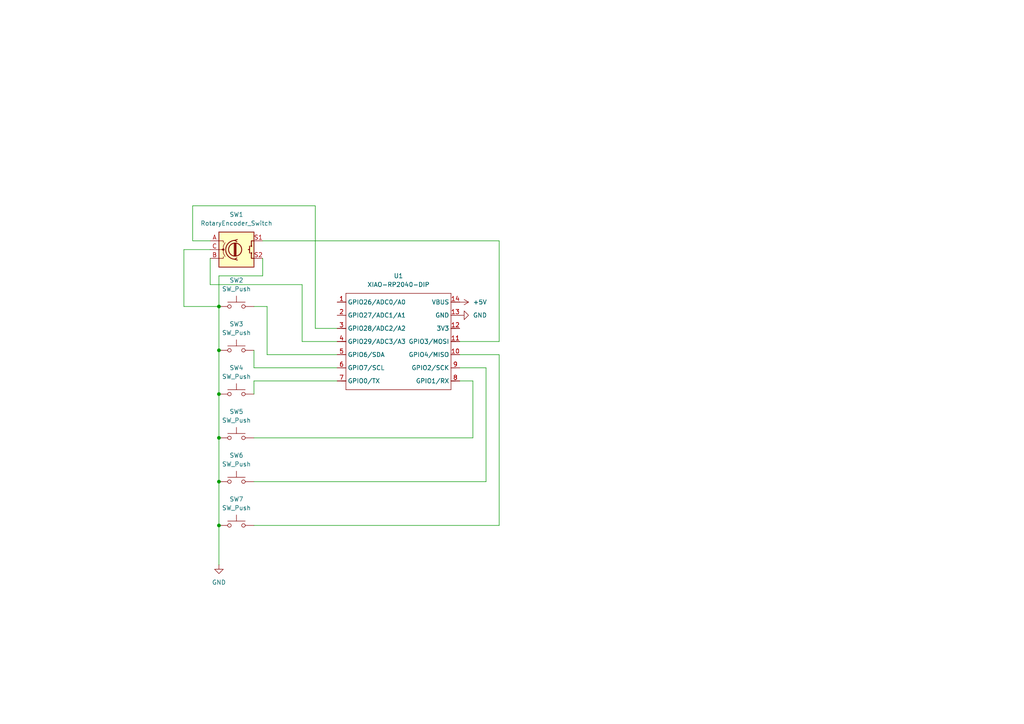
<source format=kicad_sch>
(kicad_sch
	(version 20250114)
	(generator "eeschema")
	(generator_version "9.0")
	(uuid "f541bf8c-361a-48f6-8540-d5f8c6cb93aa")
	(paper "A4")
	(lib_symbols
		(symbol "Device:RotaryEncoder_Switch"
			(pin_names
				(offset 0.254)
				(hide yes)
			)
			(exclude_from_sim no)
			(in_bom yes)
			(on_board yes)
			(property "Reference" "SW"
				(at 0 6.604 0)
				(effects
					(font
						(size 1.27 1.27)
					)
				)
			)
			(property "Value" "RotaryEncoder_Switch"
				(at 0 -6.604 0)
				(effects
					(font
						(size 1.27 1.27)
					)
				)
			)
			(property "Footprint" ""
				(at -3.81 4.064 0)
				(effects
					(font
						(size 1.27 1.27)
					)
					(hide yes)
				)
			)
			(property "Datasheet" "~"
				(at 0 6.604 0)
				(effects
					(font
						(size 1.27 1.27)
					)
					(hide yes)
				)
			)
			(property "Description" "Rotary encoder, dual channel, incremental quadrate outputs, with switch"
				(at 0 0 0)
				(effects
					(font
						(size 1.27 1.27)
					)
					(hide yes)
				)
			)
			(property "ki_keywords" "rotary switch encoder switch push button"
				(at 0 0 0)
				(effects
					(font
						(size 1.27 1.27)
					)
					(hide yes)
				)
			)
			(property "ki_fp_filters" "RotaryEncoder*Switch*"
				(at 0 0 0)
				(effects
					(font
						(size 1.27 1.27)
					)
					(hide yes)
				)
			)
			(symbol "RotaryEncoder_Switch_0_1"
				(rectangle
					(start -5.08 5.08)
					(end 5.08 -5.08)
					(stroke
						(width 0.254)
						(type default)
					)
					(fill
						(type background)
					)
				)
				(polyline
					(pts
						(xy -5.08 2.54) (xy -3.81 2.54) (xy -3.81 2.032)
					)
					(stroke
						(width 0)
						(type default)
					)
					(fill
						(type none)
					)
				)
				(polyline
					(pts
						(xy -5.08 0) (xy -3.81 0) (xy -3.81 -1.016) (xy -3.302 -2.032)
					)
					(stroke
						(width 0)
						(type default)
					)
					(fill
						(type none)
					)
				)
				(polyline
					(pts
						(xy -5.08 -2.54) (xy -3.81 -2.54) (xy -3.81 -2.032)
					)
					(stroke
						(width 0)
						(type default)
					)
					(fill
						(type none)
					)
				)
				(polyline
					(pts
						(xy -4.318 0) (xy -3.81 0) (xy -3.81 1.016) (xy -3.302 2.032)
					)
					(stroke
						(width 0)
						(type default)
					)
					(fill
						(type none)
					)
				)
				(circle
					(center -3.81 0)
					(radius 0.254)
					(stroke
						(width 0)
						(type default)
					)
					(fill
						(type outline)
					)
				)
				(polyline
					(pts
						(xy -0.635 -1.778) (xy -0.635 1.778)
					)
					(stroke
						(width 0.254)
						(type default)
					)
					(fill
						(type none)
					)
				)
				(circle
					(center -0.381 0)
					(radius 1.905)
					(stroke
						(width 0.254)
						(type default)
					)
					(fill
						(type none)
					)
				)
				(polyline
					(pts
						(xy -0.381 -1.778) (xy -0.381 1.778)
					)
					(stroke
						(width 0.254)
						(type default)
					)
					(fill
						(type none)
					)
				)
				(arc
					(start -0.381 -2.794)
					(mid -3.0988 -0.0635)
					(end -0.381 2.667)
					(stroke
						(width 0.254)
						(type default)
					)
					(fill
						(type none)
					)
				)
				(polyline
					(pts
						(xy -0.127 1.778) (xy -0.127 -1.778)
					)
					(stroke
						(width 0.254)
						(type default)
					)
					(fill
						(type none)
					)
				)
				(polyline
					(pts
						(xy 0.254 2.921) (xy -0.508 2.667) (xy 0.127 2.286)
					)
					(stroke
						(width 0.254)
						(type default)
					)
					(fill
						(type none)
					)
				)
				(polyline
					(pts
						(xy 0.254 -3.048) (xy -0.508 -2.794) (xy 0.127 -2.413)
					)
					(stroke
						(width 0.254)
						(type default)
					)
					(fill
						(type none)
					)
				)
				(polyline
					(pts
						(xy 3.81 1.016) (xy 3.81 -1.016)
					)
					(stroke
						(width 0.254)
						(type default)
					)
					(fill
						(type none)
					)
				)
				(polyline
					(pts
						(xy 3.81 0) (xy 3.429 0)
					)
					(stroke
						(width 0.254)
						(type default)
					)
					(fill
						(type none)
					)
				)
				(circle
					(center 4.318 1.016)
					(radius 0.127)
					(stroke
						(width 0.254)
						(type default)
					)
					(fill
						(type none)
					)
				)
				(circle
					(center 4.318 -1.016)
					(radius 0.127)
					(stroke
						(width 0.254)
						(type default)
					)
					(fill
						(type none)
					)
				)
				(polyline
					(pts
						(xy 5.08 2.54) (xy 4.318 2.54) (xy 4.318 1.016)
					)
					(stroke
						(width 0.254)
						(type default)
					)
					(fill
						(type none)
					)
				)
				(polyline
					(pts
						(xy 5.08 -2.54) (xy 4.318 -2.54) (xy 4.318 -1.016)
					)
					(stroke
						(width 0.254)
						(type default)
					)
					(fill
						(type none)
					)
				)
			)
			(symbol "RotaryEncoder_Switch_1_1"
				(pin passive line
					(at -7.62 2.54 0)
					(length 2.54)
					(name "A"
						(effects
							(font
								(size 1.27 1.27)
							)
						)
					)
					(number "A"
						(effects
							(font
								(size 1.27 1.27)
							)
						)
					)
				)
				(pin passive line
					(at -7.62 0 0)
					(length 2.54)
					(name "C"
						(effects
							(font
								(size 1.27 1.27)
							)
						)
					)
					(number "C"
						(effects
							(font
								(size 1.27 1.27)
							)
						)
					)
				)
				(pin passive line
					(at -7.62 -2.54 0)
					(length 2.54)
					(name "B"
						(effects
							(font
								(size 1.27 1.27)
							)
						)
					)
					(number "B"
						(effects
							(font
								(size 1.27 1.27)
							)
						)
					)
				)
				(pin passive line
					(at 7.62 2.54 180)
					(length 2.54)
					(name "S1"
						(effects
							(font
								(size 1.27 1.27)
							)
						)
					)
					(number "S1"
						(effects
							(font
								(size 1.27 1.27)
							)
						)
					)
				)
				(pin passive line
					(at 7.62 -2.54 180)
					(length 2.54)
					(name "S2"
						(effects
							(font
								(size 1.27 1.27)
							)
						)
					)
					(number "S2"
						(effects
							(font
								(size 1.27 1.27)
							)
						)
					)
				)
			)
			(embedded_fonts no)
		)
		(symbol "OPL Library:XIAO-RP2040-DIP"
			(exclude_from_sim no)
			(in_bom yes)
			(on_board yes)
			(property "Reference" "U"
				(at 0 0 0)
				(effects
					(font
						(size 1.27 1.27)
					)
				)
			)
			(property "Value" "XIAO-RP2040-DIP"
				(at 5.334 -1.778 0)
				(effects
					(font
						(size 1.27 1.27)
					)
				)
			)
			(property "Footprint" "Module:MOUDLE14P-XIAO-DIP-SMD"
				(at 14.478 -32.258 0)
				(effects
					(font
						(size 1.27 1.27)
					)
					(hide yes)
				)
			)
			(property "Datasheet" ""
				(at 0 0 0)
				(effects
					(font
						(size 1.27 1.27)
					)
					(hide yes)
				)
			)
			(property "Description" ""
				(at 0 0 0)
				(effects
					(font
						(size 1.27 1.27)
					)
					(hide yes)
				)
			)
			(symbol "XIAO-RP2040-DIP_1_0"
				(polyline
					(pts
						(xy -1.27 -2.54) (xy 29.21 -2.54)
					)
					(stroke
						(width 0.1524)
						(type solid)
					)
					(fill
						(type none)
					)
				)
				(polyline
					(pts
						(xy -1.27 -5.08) (xy -2.54 -5.08)
					)
					(stroke
						(width 0.1524)
						(type solid)
					)
					(fill
						(type none)
					)
				)
				(polyline
					(pts
						(xy -1.27 -5.08) (xy -1.27 -2.54)
					)
					(stroke
						(width 0.1524)
						(type solid)
					)
					(fill
						(type none)
					)
				)
				(polyline
					(pts
						(xy -1.27 -8.89) (xy -2.54 -8.89)
					)
					(stroke
						(width 0.1524)
						(type solid)
					)
					(fill
						(type none)
					)
				)
				(polyline
					(pts
						(xy -1.27 -8.89) (xy -1.27 -5.08)
					)
					(stroke
						(width 0.1524)
						(type solid)
					)
					(fill
						(type none)
					)
				)
				(polyline
					(pts
						(xy -1.27 -12.7) (xy -2.54 -12.7)
					)
					(stroke
						(width 0.1524)
						(type solid)
					)
					(fill
						(type none)
					)
				)
				(polyline
					(pts
						(xy -1.27 -12.7) (xy -1.27 -8.89)
					)
					(stroke
						(width 0.1524)
						(type solid)
					)
					(fill
						(type none)
					)
				)
				(polyline
					(pts
						(xy -1.27 -16.51) (xy -2.54 -16.51)
					)
					(stroke
						(width 0.1524)
						(type solid)
					)
					(fill
						(type none)
					)
				)
				(polyline
					(pts
						(xy -1.27 -16.51) (xy -1.27 -12.7)
					)
					(stroke
						(width 0.1524)
						(type solid)
					)
					(fill
						(type none)
					)
				)
				(polyline
					(pts
						(xy -1.27 -20.32) (xy -2.54 -20.32)
					)
					(stroke
						(width 0.1524)
						(type solid)
					)
					(fill
						(type none)
					)
				)
				(polyline
					(pts
						(xy -1.27 -24.13) (xy -2.54 -24.13)
					)
					(stroke
						(width 0.1524)
						(type solid)
					)
					(fill
						(type none)
					)
				)
				(polyline
					(pts
						(xy -1.27 -27.94) (xy -2.54 -27.94)
					)
					(stroke
						(width 0.1524)
						(type solid)
					)
					(fill
						(type none)
					)
				)
				(polyline
					(pts
						(xy -1.27 -30.48) (xy -1.27 -16.51)
					)
					(stroke
						(width 0.1524)
						(type solid)
					)
					(fill
						(type none)
					)
				)
				(polyline
					(pts
						(xy 29.21 -2.54) (xy 29.21 -5.08)
					)
					(stroke
						(width 0.1524)
						(type solid)
					)
					(fill
						(type none)
					)
				)
				(polyline
					(pts
						(xy 29.21 -5.08) (xy 29.21 -8.89)
					)
					(stroke
						(width 0.1524)
						(type solid)
					)
					(fill
						(type none)
					)
				)
				(polyline
					(pts
						(xy 29.21 -8.89) (xy 29.21 -12.7)
					)
					(stroke
						(width 0.1524)
						(type solid)
					)
					(fill
						(type none)
					)
				)
				(polyline
					(pts
						(xy 29.21 -12.7) (xy 29.21 -30.48)
					)
					(stroke
						(width 0.1524)
						(type solid)
					)
					(fill
						(type none)
					)
				)
				(polyline
					(pts
						(xy 29.21 -30.48) (xy -1.27 -30.48)
					)
					(stroke
						(width 0.1524)
						(type solid)
					)
					(fill
						(type none)
					)
				)
				(polyline
					(pts
						(xy 30.48 -5.08) (xy 29.21 -5.08)
					)
					(stroke
						(width 0.1524)
						(type solid)
					)
					(fill
						(type none)
					)
				)
				(polyline
					(pts
						(xy 30.48 -8.89) (xy 29.21 -8.89)
					)
					(stroke
						(width 0.1524)
						(type solid)
					)
					(fill
						(type none)
					)
				)
				(polyline
					(pts
						(xy 30.48 -12.7) (xy 29.21 -12.7)
					)
					(stroke
						(width 0.1524)
						(type solid)
					)
					(fill
						(type none)
					)
				)
				(polyline
					(pts
						(xy 30.48 -16.51) (xy 29.21 -16.51)
					)
					(stroke
						(width 0.1524)
						(type solid)
					)
					(fill
						(type none)
					)
				)
				(polyline
					(pts
						(xy 30.48 -20.32) (xy 29.21 -20.32)
					)
					(stroke
						(width 0.1524)
						(type solid)
					)
					(fill
						(type none)
					)
				)
				(polyline
					(pts
						(xy 30.48 -24.13) (xy 29.21 -24.13)
					)
					(stroke
						(width 0.1524)
						(type solid)
					)
					(fill
						(type none)
					)
				)
				(polyline
					(pts
						(xy 30.48 -27.94) (xy 29.21 -27.94)
					)
					(stroke
						(width 0.1524)
						(type solid)
					)
					(fill
						(type none)
					)
				)
				(pin passive line
					(at -3.81 -5.08 0)
					(length 2.54)
					(name "GPIO26/ADC0/A0"
						(effects
							(font
								(size 1.27 1.27)
							)
						)
					)
					(number "1"
						(effects
							(font
								(size 1.27 1.27)
							)
						)
					)
				)
				(pin passive line
					(at -3.81 -8.89 0)
					(length 2.54)
					(name "GPIO27/ADC1/A1"
						(effects
							(font
								(size 1.27 1.27)
							)
						)
					)
					(number "2"
						(effects
							(font
								(size 1.27 1.27)
							)
						)
					)
				)
				(pin passive line
					(at -3.81 -12.7 0)
					(length 2.54)
					(name "GPIO28/ADC2/A2"
						(effects
							(font
								(size 1.27 1.27)
							)
						)
					)
					(number "3"
						(effects
							(font
								(size 1.27 1.27)
							)
						)
					)
				)
				(pin passive line
					(at -3.81 -16.51 0)
					(length 2.54)
					(name "GPIO29/ADC3/A3"
						(effects
							(font
								(size 1.27 1.27)
							)
						)
					)
					(number "4"
						(effects
							(font
								(size 1.27 1.27)
							)
						)
					)
				)
				(pin passive line
					(at -3.81 -20.32 0)
					(length 2.54)
					(name "GPIO6/SDA"
						(effects
							(font
								(size 1.27 1.27)
							)
						)
					)
					(number "5"
						(effects
							(font
								(size 1.27 1.27)
							)
						)
					)
				)
				(pin passive line
					(at -3.81 -24.13 0)
					(length 2.54)
					(name "GPIO7/SCL"
						(effects
							(font
								(size 1.27 1.27)
							)
						)
					)
					(number "6"
						(effects
							(font
								(size 1.27 1.27)
							)
						)
					)
				)
				(pin passive line
					(at -3.81 -27.94 0)
					(length 2.54)
					(name "GPIO0/TX"
						(effects
							(font
								(size 1.27 1.27)
							)
						)
					)
					(number "7"
						(effects
							(font
								(size 1.27 1.27)
							)
						)
					)
				)
				(pin passive line
					(at 31.75 -5.08 180)
					(length 2.54)
					(name "VBUS"
						(effects
							(font
								(size 1.27 1.27)
							)
						)
					)
					(number "14"
						(effects
							(font
								(size 1.27 1.27)
							)
						)
					)
				)
				(pin passive line
					(at 31.75 -8.89 180)
					(length 2.54)
					(name "GND"
						(effects
							(font
								(size 1.27 1.27)
							)
						)
					)
					(number "13"
						(effects
							(font
								(size 1.27 1.27)
							)
						)
					)
				)
				(pin passive line
					(at 31.75 -12.7 180)
					(length 2.54)
					(name "3V3"
						(effects
							(font
								(size 1.27 1.27)
							)
						)
					)
					(number "12"
						(effects
							(font
								(size 1.27 1.27)
							)
						)
					)
				)
				(pin passive line
					(at 31.75 -16.51 180)
					(length 2.54)
					(name "GPIO3/MOSI"
						(effects
							(font
								(size 1.27 1.27)
							)
						)
					)
					(number "11"
						(effects
							(font
								(size 1.27 1.27)
							)
						)
					)
				)
				(pin passive line
					(at 31.75 -20.32 180)
					(length 2.54)
					(name "GPIO4/MISO"
						(effects
							(font
								(size 1.27 1.27)
							)
						)
					)
					(number "10"
						(effects
							(font
								(size 1.27 1.27)
							)
						)
					)
				)
				(pin passive line
					(at 31.75 -24.13 180)
					(length 2.54)
					(name "GPIO2/SCK"
						(effects
							(font
								(size 1.27 1.27)
							)
						)
					)
					(number "9"
						(effects
							(font
								(size 1.27 1.27)
							)
						)
					)
				)
				(pin passive line
					(at 31.75 -27.94 180)
					(length 2.54)
					(name "GPIO1/RX"
						(effects
							(font
								(size 1.27 1.27)
							)
						)
					)
					(number "8"
						(effects
							(font
								(size 1.27 1.27)
							)
						)
					)
				)
			)
			(embedded_fonts no)
		)
		(symbol "Switch:SW_Push"
			(pin_numbers
				(hide yes)
			)
			(pin_names
				(offset 1.016)
				(hide yes)
			)
			(exclude_from_sim no)
			(in_bom yes)
			(on_board yes)
			(property "Reference" "SW"
				(at 1.27 2.54 0)
				(effects
					(font
						(size 1.27 1.27)
					)
					(justify left)
				)
			)
			(property "Value" "SW_Push"
				(at 0 -1.524 0)
				(effects
					(font
						(size 1.27 1.27)
					)
				)
			)
			(property "Footprint" ""
				(at 0 5.08 0)
				(effects
					(font
						(size 1.27 1.27)
					)
					(hide yes)
				)
			)
			(property "Datasheet" "~"
				(at 0 5.08 0)
				(effects
					(font
						(size 1.27 1.27)
					)
					(hide yes)
				)
			)
			(property "Description" "Push button switch, generic, two pins"
				(at 0 0 0)
				(effects
					(font
						(size 1.27 1.27)
					)
					(hide yes)
				)
			)
			(property "ki_keywords" "switch normally-open pushbutton push-button"
				(at 0 0 0)
				(effects
					(font
						(size 1.27 1.27)
					)
					(hide yes)
				)
			)
			(symbol "SW_Push_0_1"
				(circle
					(center -2.032 0)
					(radius 0.508)
					(stroke
						(width 0)
						(type default)
					)
					(fill
						(type none)
					)
				)
				(polyline
					(pts
						(xy 0 1.27) (xy 0 3.048)
					)
					(stroke
						(width 0)
						(type default)
					)
					(fill
						(type none)
					)
				)
				(circle
					(center 2.032 0)
					(radius 0.508)
					(stroke
						(width 0)
						(type default)
					)
					(fill
						(type none)
					)
				)
				(polyline
					(pts
						(xy 2.54 1.27) (xy -2.54 1.27)
					)
					(stroke
						(width 0)
						(type default)
					)
					(fill
						(type none)
					)
				)
				(pin passive line
					(at -5.08 0 0)
					(length 2.54)
					(name "1"
						(effects
							(font
								(size 1.27 1.27)
							)
						)
					)
					(number "1"
						(effects
							(font
								(size 1.27 1.27)
							)
						)
					)
				)
				(pin passive line
					(at 5.08 0 180)
					(length 2.54)
					(name "2"
						(effects
							(font
								(size 1.27 1.27)
							)
						)
					)
					(number "2"
						(effects
							(font
								(size 1.27 1.27)
							)
						)
					)
				)
			)
			(embedded_fonts no)
		)
		(symbol "power:+5V"
			(power)
			(pin_numbers
				(hide yes)
			)
			(pin_names
				(offset 0)
				(hide yes)
			)
			(exclude_from_sim no)
			(in_bom yes)
			(on_board yes)
			(property "Reference" "#PWR"
				(at 0 -3.81 0)
				(effects
					(font
						(size 1.27 1.27)
					)
					(hide yes)
				)
			)
			(property "Value" "+5V"
				(at 0 3.556 0)
				(effects
					(font
						(size 1.27 1.27)
					)
				)
			)
			(property "Footprint" ""
				(at 0 0 0)
				(effects
					(font
						(size 1.27 1.27)
					)
					(hide yes)
				)
			)
			(property "Datasheet" ""
				(at 0 0 0)
				(effects
					(font
						(size 1.27 1.27)
					)
					(hide yes)
				)
			)
			(property "Description" "Power symbol creates a global label with name \"+5V\""
				(at 0 0 0)
				(effects
					(font
						(size 1.27 1.27)
					)
					(hide yes)
				)
			)
			(property "ki_keywords" "global power"
				(at 0 0 0)
				(effects
					(font
						(size 1.27 1.27)
					)
					(hide yes)
				)
			)
			(symbol "+5V_0_1"
				(polyline
					(pts
						(xy -0.762 1.27) (xy 0 2.54)
					)
					(stroke
						(width 0)
						(type default)
					)
					(fill
						(type none)
					)
				)
				(polyline
					(pts
						(xy 0 2.54) (xy 0.762 1.27)
					)
					(stroke
						(width 0)
						(type default)
					)
					(fill
						(type none)
					)
				)
				(polyline
					(pts
						(xy 0 0) (xy 0 2.54)
					)
					(stroke
						(width 0)
						(type default)
					)
					(fill
						(type none)
					)
				)
			)
			(symbol "+5V_1_1"
				(pin power_in line
					(at 0 0 90)
					(length 0)
					(name "~"
						(effects
							(font
								(size 1.27 1.27)
							)
						)
					)
					(number "1"
						(effects
							(font
								(size 1.27 1.27)
							)
						)
					)
				)
			)
			(embedded_fonts no)
		)
		(symbol "power:GND"
			(power)
			(pin_numbers
				(hide yes)
			)
			(pin_names
				(offset 0)
				(hide yes)
			)
			(exclude_from_sim no)
			(in_bom yes)
			(on_board yes)
			(property "Reference" "#PWR"
				(at 0 -6.35 0)
				(effects
					(font
						(size 1.27 1.27)
					)
					(hide yes)
				)
			)
			(property "Value" "GND"
				(at 0 -3.81 0)
				(effects
					(font
						(size 1.27 1.27)
					)
				)
			)
			(property "Footprint" ""
				(at 0 0 0)
				(effects
					(font
						(size 1.27 1.27)
					)
					(hide yes)
				)
			)
			(property "Datasheet" ""
				(at 0 0 0)
				(effects
					(font
						(size 1.27 1.27)
					)
					(hide yes)
				)
			)
			(property "Description" "Power symbol creates a global label with name \"GND\" , ground"
				(at 0 0 0)
				(effects
					(font
						(size 1.27 1.27)
					)
					(hide yes)
				)
			)
			(property "ki_keywords" "global power"
				(at 0 0 0)
				(effects
					(font
						(size 1.27 1.27)
					)
					(hide yes)
				)
			)
			(symbol "GND_0_1"
				(polyline
					(pts
						(xy 0 0) (xy 0 -1.27) (xy 1.27 -1.27) (xy 0 -2.54) (xy -1.27 -1.27) (xy 0 -1.27)
					)
					(stroke
						(width 0)
						(type default)
					)
					(fill
						(type none)
					)
				)
			)
			(symbol "GND_1_1"
				(pin power_in line
					(at 0 0 270)
					(length 0)
					(name "~"
						(effects
							(font
								(size 1.27 1.27)
							)
						)
					)
					(number "1"
						(effects
							(font
								(size 1.27 1.27)
							)
						)
					)
				)
			)
			(embedded_fonts no)
		)
	)
	(junction
		(at 63.5 127)
		(diameter 0)
		(color 0 0 0 0)
		(uuid "0ebb36a8-30fa-4b08-8291-b71b9d1ecce7")
	)
	(junction
		(at 63.5 139.7)
		(diameter 0)
		(color 0 0 0 0)
		(uuid "16391fc0-3138-44aa-97ea-a106bbb179d9")
	)
	(junction
		(at 63.5 152.4)
		(diameter 0)
		(color 0 0 0 0)
		(uuid "2aea32a7-98ad-4218-9654-779421b790eb")
	)
	(junction
		(at 63.5 114.3)
		(diameter 0)
		(color 0 0 0 0)
		(uuid "427562f7-3158-47c1-bc5b-de8b768607b3")
	)
	(junction
		(at 63.5 88.9)
		(diameter 0)
		(color 0 0 0 0)
		(uuid "685b0faa-ef56-44a0-be72-fc443e1f74fe")
	)
	(junction
		(at 63.5 101.6)
		(diameter 0)
		(color 0 0 0 0)
		(uuid "c820713b-de25-4e08-b7f9-d9517ee40c04")
	)
	(wire
		(pts
			(xy 73.66 114.3) (xy 73.66 110.49)
		)
		(stroke
			(width 0)
			(type default)
		)
		(uuid "018050d8-a988-4c9a-84c8-0a9f9dba57a2")
	)
	(wire
		(pts
			(xy 73.66 139.7) (xy 140.97 139.7)
		)
		(stroke
			(width 0)
			(type default)
		)
		(uuid "01869a55-8d6b-47d8-be7e-ce9626435257")
	)
	(wire
		(pts
			(xy 140.97 139.7) (xy 140.97 106.68)
		)
		(stroke
			(width 0)
			(type default)
		)
		(uuid "189c4c88-7282-4fc4-94e1-627ded02f8c0")
	)
	(wire
		(pts
			(xy 76.2 74.93) (xy 76.2 80.01)
		)
		(stroke
			(width 0)
			(type default)
		)
		(uuid "23b016da-b3ba-4015-887d-c626f975b626")
	)
	(wire
		(pts
			(xy 76.2 80.01) (xy 63.5 80.01)
		)
		(stroke
			(width 0)
			(type default)
		)
		(uuid "263624bb-6711-4045-9e84-5c308c7981e7")
	)
	(wire
		(pts
			(xy 137.16 127) (xy 137.16 110.49)
		)
		(stroke
			(width 0)
			(type default)
		)
		(uuid "2a345bab-c8a3-4033-aa25-ae31e1c03910")
	)
	(wire
		(pts
			(xy 91.44 59.69) (xy 91.44 95.25)
		)
		(stroke
			(width 0)
			(type default)
		)
		(uuid "2bb90302-b98b-439f-b4cd-e89b84abc183")
	)
	(wire
		(pts
			(xy 73.66 127) (xy 137.16 127)
		)
		(stroke
			(width 0)
			(type default)
		)
		(uuid "4cadd0c0-66c8-42b1-b799-171ff19defd7")
	)
	(wire
		(pts
			(xy 140.97 106.68) (xy 133.35 106.68)
		)
		(stroke
			(width 0)
			(type default)
		)
		(uuid "4e42d059-bef8-43f3-a562-0330f7864a52")
	)
	(wire
		(pts
			(xy 144.78 99.06) (xy 133.35 99.06)
		)
		(stroke
			(width 0)
			(type default)
		)
		(uuid "57e941d4-71e2-47c2-aaa3-28af102824ce")
	)
	(wire
		(pts
			(xy 76.2 69.85) (xy 144.78 69.85)
		)
		(stroke
			(width 0)
			(type default)
		)
		(uuid "634a38b6-f195-411d-986a-7b48af9f9093")
	)
	(wire
		(pts
			(xy 60.96 72.39) (xy 53.34 72.39)
		)
		(stroke
			(width 0)
			(type default)
		)
		(uuid "652d9022-0704-494d-8a83-a1781681793d")
	)
	(wire
		(pts
			(xy 144.78 152.4) (xy 144.78 102.87)
		)
		(stroke
			(width 0)
			(type default)
		)
		(uuid "6af4e099-e4ca-4829-aac4-34d0058c5226")
	)
	(wire
		(pts
			(xy 63.5 80.01) (xy 63.5 88.9)
		)
		(stroke
			(width 0)
			(type default)
		)
		(uuid "70a6a8e7-9d1c-48fc-91a6-d381e2d9cafc")
	)
	(wire
		(pts
			(xy 144.78 102.87) (xy 133.35 102.87)
		)
		(stroke
			(width 0)
			(type default)
		)
		(uuid "7fa815c1-a673-4b0c-b48e-0aff51255a02")
	)
	(wire
		(pts
			(xy 60.96 82.55) (xy 87.63 82.55)
		)
		(stroke
			(width 0)
			(type default)
		)
		(uuid "82d8f283-a054-479e-bc23-487088b3d13a")
	)
	(wire
		(pts
			(xy 73.66 106.68) (xy 97.79 106.68)
		)
		(stroke
			(width 0)
			(type default)
		)
		(uuid "8ca03ba8-e523-4ddd-971b-2d762dbd1823")
	)
	(wire
		(pts
			(xy 91.44 95.25) (xy 97.79 95.25)
		)
		(stroke
			(width 0)
			(type default)
		)
		(uuid "8dcc250b-0aa3-4d0d-8f67-8689bf65586d")
	)
	(wire
		(pts
			(xy 63.5 88.9) (xy 63.5 101.6)
		)
		(stroke
			(width 0)
			(type default)
		)
		(uuid "92ab5b04-9ac1-4f01-aac4-cc0a91a77ba1")
	)
	(wire
		(pts
			(xy 55.88 59.69) (xy 91.44 59.69)
		)
		(stroke
			(width 0)
			(type default)
		)
		(uuid "986ae25d-58b1-4d3c-be17-449bf57eacba")
	)
	(wire
		(pts
			(xy 73.66 152.4) (xy 144.78 152.4)
		)
		(stroke
			(width 0)
			(type default)
		)
		(uuid "9df4bd3e-6653-439d-b809-8c1005f4766f")
	)
	(wire
		(pts
			(xy 87.63 82.55) (xy 87.63 99.06)
		)
		(stroke
			(width 0)
			(type default)
		)
		(uuid "a003e172-83df-4607-bdf3-38aa0cdb8a67")
	)
	(wire
		(pts
			(xy 63.5 127) (xy 63.5 139.7)
		)
		(stroke
			(width 0)
			(type default)
		)
		(uuid "a195100f-ee84-4e8e-baa4-1d4466d1bd93")
	)
	(wire
		(pts
			(xy 60.96 74.93) (xy 60.96 82.55)
		)
		(stroke
			(width 0)
			(type default)
		)
		(uuid "a7de4404-34aa-4a52-9b45-1d40643c8ec6")
	)
	(wire
		(pts
			(xy 77.47 88.9) (xy 77.47 102.87)
		)
		(stroke
			(width 0)
			(type default)
		)
		(uuid "a800019c-3447-48f6-8ae8-bc4d744eb655")
	)
	(wire
		(pts
			(xy 144.78 69.85) (xy 144.78 99.06)
		)
		(stroke
			(width 0)
			(type default)
		)
		(uuid "a8c4b009-734a-4679-b2af-d0c30858af17")
	)
	(wire
		(pts
			(xy 63.5 152.4) (xy 63.5 163.83)
		)
		(stroke
			(width 0)
			(type default)
		)
		(uuid "abf02e4b-d3fb-44bd-89e0-38b8e5d2a35d")
	)
	(wire
		(pts
			(xy 63.5 139.7) (xy 63.5 152.4)
		)
		(stroke
			(width 0)
			(type default)
		)
		(uuid "bac4d780-d8c5-401e-b3c2-dfc2d5cb673c")
	)
	(wire
		(pts
			(xy 137.16 110.49) (xy 133.35 110.49)
		)
		(stroke
			(width 0)
			(type default)
		)
		(uuid "c48f0e1b-a89d-4cbe-9896-e9760aff2797")
	)
	(wire
		(pts
			(xy 73.66 110.49) (xy 97.79 110.49)
		)
		(stroke
			(width 0)
			(type default)
		)
		(uuid "c5dcfb7e-5254-4850-8c33-123aad0f89fd")
	)
	(wire
		(pts
			(xy 63.5 114.3) (xy 63.5 127)
		)
		(stroke
			(width 0)
			(type default)
		)
		(uuid "c664285a-0c3f-48b1-978a-6ec9aefa8603")
	)
	(wire
		(pts
			(xy 73.66 88.9) (xy 77.47 88.9)
		)
		(stroke
			(width 0)
			(type default)
		)
		(uuid "c9f687df-cda0-47f1-bcb8-4f64e466e582")
	)
	(wire
		(pts
			(xy 53.34 72.39) (xy 53.34 88.9)
		)
		(stroke
			(width 0)
			(type default)
		)
		(uuid "d7d578e2-3457-43c4-b4b8-213a82b24693")
	)
	(wire
		(pts
			(xy 87.63 99.06) (xy 97.79 99.06)
		)
		(stroke
			(width 0)
			(type default)
		)
		(uuid "de079fb1-7443-4d15-bba7-c12330379ef2")
	)
	(wire
		(pts
			(xy 60.96 69.85) (xy 55.88 69.85)
		)
		(stroke
			(width 0)
			(type default)
		)
		(uuid "e4298238-93f1-4077-a8fc-99a2388ce747")
	)
	(wire
		(pts
			(xy 55.88 69.85) (xy 55.88 59.69)
		)
		(stroke
			(width 0)
			(type default)
		)
		(uuid "e43ce813-7a53-4e77-a544-c78205c03455")
	)
	(wire
		(pts
			(xy 73.66 101.6) (xy 73.66 106.68)
		)
		(stroke
			(width 0)
			(type default)
		)
		(uuid "efe07e11-f172-4514-8362-2a2050d0e54e")
	)
	(wire
		(pts
			(xy 77.47 102.87) (xy 97.79 102.87)
		)
		(stroke
			(width 0)
			(type default)
		)
		(uuid "f00dd595-a4b3-45a4-b437-6306ccc49499")
	)
	(wire
		(pts
			(xy 63.5 101.6) (xy 63.5 114.3)
		)
		(stroke
			(width 0)
			(type default)
		)
		(uuid "f221964e-6244-42f8-bfc8-79377f196c33")
	)
	(wire
		(pts
			(xy 53.34 88.9) (xy 63.5 88.9)
		)
		(stroke
			(width 0)
			(type default)
		)
		(uuid "f9d82e8d-1ee1-4369-82b5-36342c43e530")
	)
	(symbol
		(lib_id "Switch:SW_Push")
		(at 68.58 139.7 0)
		(unit 1)
		(exclude_from_sim no)
		(in_bom yes)
		(on_board yes)
		(dnp no)
		(fields_autoplaced yes)
		(uuid "4f125e91-d550-44c0-b7c8-d18926419404")
		(property "Reference" "SW6"
			(at 68.58 132.08 0)
			(effects
				(font
					(size 1.27 1.27)
				)
			)
		)
		(property "Value" "SW_Push"
			(at 68.58 134.62 0)
			(effects
				(font
					(size 1.27 1.27)
				)
			)
		)
		(property "Footprint" "Button_Switch_Keyboard:SW_Cherry_MX_1.00u_PCB"
			(at 68.58 134.62 0)
			(effects
				(font
					(size 1.27 1.27)
				)
				(hide yes)
			)
		)
		(property "Datasheet" "~"
			(at 68.58 134.62 0)
			(effects
				(font
					(size 1.27 1.27)
				)
				(hide yes)
			)
		)
		(property "Description" "Push button switch, generic, two pins"
			(at 68.58 139.7 0)
			(effects
				(font
					(size 1.27 1.27)
				)
				(hide yes)
			)
		)
		(pin "2"
			(uuid "9190847a-8757-469d-9e33-dd42101d5d00")
		)
		(pin "1"
			(uuid "9daf3901-9a41-489b-b096-a2069b938dfa")
		)
		(instances
			(project "HackPadV2"
				(path "/f541bf8c-361a-48f6-8540-d5f8c6cb93aa"
					(reference "SW6")
					(unit 1)
				)
			)
		)
	)
	(symbol
		(lib_id "Switch:SW_Push")
		(at 68.58 127 0)
		(unit 1)
		(exclude_from_sim no)
		(in_bom yes)
		(on_board yes)
		(dnp no)
		(fields_autoplaced yes)
		(uuid "8f308246-9afe-41e1-bdf9-76e740b2eeb1")
		(property "Reference" "SW5"
			(at 68.58 119.38 0)
			(effects
				(font
					(size 1.27 1.27)
				)
			)
		)
		(property "Value" "SW_Push"
			(at 68.58 121.92 0)
			(effects
				(font
					(size 1.27 1.27)
				)
			)
		)
		(property "Footprint" "Button_Switch_Keyboard:SW_Cherry_MX_1.00u_PCB"
			(at 68.58 121.92 0)
			(effects
				(font
					(size 1.27 1.27)
				)
				(hide yes)
			)
		)
		(property "Datasheet" "~"
			(at 68.58 121.92 0)
			(effects
				(font
					(size 1.27 1.27)
				)
				(hide yes)
			)
		)
		(property "Description" "Push button switch, generic, two pins"
			(at 68.58 127 0)
			(effects
				(font
					(size 1.27 1.27)
				)
				(hide yes)
			)
		)
		(pin "2"
			(uuid "1efc2b08-42b8-47ac-8183-5c8ab04c2a42")
		)
		(pin "1"
			(uuid "ba0b1564-c578-4db4-9637-317abb74a276")
		)
		(instances
			(project "HackPadV2"
				(path "/f541bf8c-361a-48f6-8540-d5f8c6cb93aa"
					(reference "SW5")
					(unit 1)
				)
			)
		)
	)
	(symbol
		(lib_id "power:+5V")
		(at 133.35 87.63 270)
		(unit 1)
		(exclude_from_sim no)
		(in_bom yes)
		(on_board yes)
		(dnp no)
		(fields_autoplaced yes)
		(uuid "9912f95d-f2bb-49ee-b067-0be4243fd7d9")
		(property "Reference" "#PWR03"
			(at 129.54 87.63 0)
			(effects
				(font
					(size 1.27 1.27)
				)
				(hide yes)
			)
		)
		(property "Value" "+5V"
			(at 137.16 87.6299 90)
			(effects
				(font
					(size 1.27 1.27)
				)
				(justify left)
			)
		)
		(property "Footprint" ""
			(at 133.35 87.63 0)
			(effects
				(font
					(size 1.27 1.27)
				)
				(hide yes)
			)
		)
		(property "Datasheet" ""
			(at 133.35 87.63 0)
			(effects
				(font
					(size 1.27 1.27)
				)
				(hide yes)
			)
		)
		(property "Description" "Power symbol creates a global label with name \"+5V\""
			(at 133.35 87.63 0)
			(effects
				(font
					(size 1.27 1.27)
				)
				(hide yes)
			)
		)
		(pin "1"
			(uuid "df30b719-6389-47d3-9460-c4cf0b489a80")
		)
		(instances
			(project ""
				(path "/f541bf8c-361a-48f6-8540-d5f8c6cb93aa"
					(reference "#PWR03")
					(unit 1)
				)
			)
		)
	)
	(symbol
		(lib_id "Switch:SW_Push")
		(at 68.58 88.9 0)
		(unit 1)
		(exclude_from_sim no)
		(in_bom yes)
		(on_board yes)
		(dnp no)
		(uuid "a44c9833-3df4-45df-9262-75a732d9e394")
		(property "Reference" "SW2"
			(at 68.58 81.28 0)
			(effects
				(font
					(size 1.27 1.27)
				)
			)
		)
		(property "Value" "SW_Push"
			(at 68.58 83.82 0)
			(effects
				(font
					(size 1.27 1.27)
				)
			)
		)
		(property "Footprint" "Button_Switch_Keyboard:SW_Cherry_MX_1.00u_PCB"
			(at 68.58 83.82 0)
			(effects
				(font
					(size 1.27 1.27)
				)
				(hide yes)
			)
		)
		(property "Datasheet" "~"
			(at 68.58 83.82 0)
			(effects
				(font
					(size 1.27 1.27)
				)
				(hide yes)
			)
		)
		(property "Description" "Push button switch, generic, two pins"
			(at 68.58 88.9 0)
			(effects
				(font
					(size 1.27 1.27)
				)
				(hide yes)
			)
		)
		(pin "2"
			(uuid "e261d147-42c9-4200-9b85-234b9217d041")
		)
		(pin "1"
			(uuid "bdc84cc2-76f0-4918-806a-d631eeb5fcde")
		)
		(instances
			(project ""
				(path "/f541bf8c-361a-48f6-8540-d5f8c6cb93aa"
					(reference "SW2")
					(unit 1)
				)
			)
		)
	)
	(symbol
		(lib_id "OPL Library:XIAO-RP2040-DIP")
		(at 101.6 82.55 0)
		(unit 1)
		(exclude_from_sim no)
		(in_bom yes)
		(on_board yes)
		(dnp no)
		(fields_autoplaced yes)
		(uuid "a84fc47a-d85e-4cb1-a4f3-18add1dd3caa")
		(property "Reference" "U1"
			(at 115.57 80.01 0)
			(effects
				(font
					(size 1.27 1.27)
				)
			)
		)
		(property "Value" "XIAO-RP2040-DIP"
			(at 115.57 82.55 0)
			(effects
				(font
					(size 1.27 1.27)
				)
			)
		)
		(property "Footprint" "OPL Library:XIAO-RP2040-DIP"
			(at 116.078 114.808 0)
			(effects
				(font
					(size 1.27 1.27)
				)
				(hide yes)
			)
		)
		(property "Datasheet" ""
			(at 101.6 82.55 0)
			(effects
				(font
					(size 1.27 1.27)
				)
				(hide yes)
			)
		)
		(property "Description" ""
			(at 101.6 82.55 0)
			(effects
				(font
					(size 1.27 1.27)
				)
				(hide yes)
			)
		)
		(pin "5"
			(uuid "de957c6b-bbd2-4a7e-b727-b52bf15a463d")
		)
		(pin "14"
			(uuid "c94ff1df-c9ac-4418-ae18-444aa6587ce6")
		)
		(pin "7"
			(uuid "632f3167-5543-419e-84e2-8f94b57d33a0")
		)
		(pin "13"
			(uuid "26b0beea-06d3-44c0-9e13-fc39dceb4a16")
		)
		(pin "1"
			(uuid "6b993044-4d40-4920-a47e-6eddd5e37a48")
		)
		(pin "3"
			(uuid "d1a04445-c665-4a9f-be3d-1925470625be")
		)
		(pin "9"
			(uuid "c8bd25c7-6072-4a7d-8362-2d2765c7f47d")
		)
		(pin "8"
			(uuid "06197571-d30f-4e1d-862c-f564e6aa4a9c")
		)
		(pin "10"
			(uuid "e6b1dd06-8cb5-4c52-8520-68706ae34ef3")
		)
		(pin "2"
			(uuid "92b48570-0ff1-46f3-bf5f-205137a31137")
		)
		(pin "4"
			(uuid "061fef2c-795a-4a11-be54-2c171baade10")
		)
		(pin "6"
			(uuid "442f41a9-2fb1-44bf-ba3b-8daee31242a2")
		)
		(pin "12"
			(uuid "bc1e373d-2b6f-474b-b027-8fe698e9fd0e")
		)
		(pin "11"
			(uuid "361f59e1-47cf-4523-a69a-adfcf1e033d3")
		)
		(instances
			(project ""
				(path "/f541bf8c-361a-48f6-8540-d5f8c6cb93aa"
					(reference "U1")
					(unit 1)
				)
			)
		)
	)
	(symbol
		(lib_id "power:GND")
		(at 133.35 91.44 90)
		(unit 1)
		(exclude_from_sim no)
		(in_bom yes)
		(on_board yes)
		(dnp no)
		(fields_autoplaced yes)
		(uuid "c014d920-490e-4166-bef5-10021d21df6a")
		(property "Reference" "#PWR02"
			(at 139.7 91.44 0)
			(effects
				(font
					(size 1.27 1.27)
				)
				(hide yes)
			)
		)
		(property "Value" "GND"
			(at 137.16 91.4399 90)
			(effects
				(font
					(size 1.27 1.27)
				)
				(justify right)
			)
		)
		(property "Footprint" ""
			(at 133.35 91.44 0)
			(effects
				(font
					(size 1.27 1.27)
				)
				(hide yes)
			)
		)
		(property "Datasheet" ""
			(at 133.35 91.44 0)
			(effects
				(font
					(size 1.27 1.27)
				)
				(hide yes)
			)
		)
		(property "Description" "Power symbol creates a global label with name \"GND\" , ground"
			(at 133.35 91.44 0)
			(effects
				(font
					(size 1.27 1.27)
				)
				(hide yes)
			)
		)
		(pin "1"
			(uuid "6a45944e-e229-4d1f-955c-68437ba7732e")
		)
		(instances
			(project ""
				(path "/f541bf8c-361a-48f6-8540-d5f8c6cb93aa"
					(reference "#PWR02")
					(unit 1)
				)
			)
		)
	)
	(symbol
		(lib_id "Switch:SW_Push")
		(at 68.58 114.3 0)
		(unit 1)
		(exclude_from_sim no)
		(in_bom yes)
		(on_board yes)
		(dnp no)
		(fields_autoplaced yes)
		(uuid "c614426a-c628-467b-8296-a0438f8ec428")
		(property "Reference" "SW4"
			(at 68.58 106.68 0)
			(effects
				(font
					(size 1.27 1.27)
				)
			)
		)
		(property "Value" "SW_Push"
			(at 68.58 109.22 0)
			(effects
				(font
					(size 1.27 1.27)
				)
			)
		)
		(property "Footprint" "Button_Switch_Keyboard:SW_Cherry_MX_1.00u_PCB"
			(at 68.58 109.22 0)
			(effects
				(font
					(size 1.27 1.27)
				)
				(hide yes)
			)
		)
		(property "Datasheet" "~"
			(at 68.58 109.22 0)
			(effects
				(font
					(size 1.27 1.27)
				)
				(hide yes)
			)
		)
		(property "Description" "Push button switch, generic, two pins"
			(at 68.58 114.3 0)
			(effects
				(font
					(size 1.27 1.27)
				)
				(hide yes)
			)
		)
		(pin "2"
			(uuid "73d54f91-e428-4cb3-8a9b-9f32444a9811")
		)
		(pin "1"
			(uuid "8601797b-5a54-4817-a234-738474ccd939")
		)
		(instances
			(project "HackPadV2"
				(path "/f541bf8c-361a-48f6-8540-d5f8c6cb93aa"
					(reference "SW4")
					(unit 1)
				)
			)
		)
	)
	(symbol
		(lib_id "Switch:SW_Push")
		(at 68.58 101.6 0)
		(unit 1)
		(exclude_from_sim no)
		(in_bom yes)
		(on_board yes)
		(dnp no)
		(uuid "ccb5b944-8042-426e-847c-1e1beefddbaf")
		(property "Reference" "SW3"
			(at 68.58 93.98 0)
			(effects
				(font
					(size 1.27 1.27)
				)
			)
		)
		(property "Value" "SW_Push"
			(at 68.58 96.52 0)
			(effects
				(font
					(size 1.27 1.27)
				)
			)
		)
		(property "Footprint" "Button_Switch_Keyboard:SW_Cherry_MX_1.00u_PCB"
			(at 68.58 96.52 0)
			(effects
				(font
					(size 1.27 1.27)
				)
				(hide yes)
			)
		)
		(property "Datasheet" "~"
			(at 68.58 96.52 0)
			(effects
				(font
					(size 1.27 1.27)
				)
				(hide yes)
			)
		)
		(property "Description" "Push button switch, generic, two pins"
			(at 68.58 101.6 0)
			(effects
				(font
					(size 1.27 1.27)
				)
				(hide yes)
			)
		)
		(pin "2"
			(uuid "9cd8aede-4922-463c-b354-ef90bb5accb6")
		)
		(pin "1"
			(uuid "3cb9608b-a71a-467b-8043-2531e36dc053")
		)
		(instances
			(project "HackPadV2"
				(path "/f541bf8c-361a-48f6-8540-d5f8c6cb93aa"
					(reference "SW3")
					(unit 1)
				)
			)
		)
	)
	(symbol
		(lib_id "Device:RotaryEncoder_Switch")
		(at 68.58 72.39 0)
		(unit 1)
		(exclude_from_sim no)
		(in_bom yes)
		(on_board yes)
		(dnp no)
		(fields_autoplaced yes)
		(uuid "da3bfbde-4d05-4a66-9bfa-0357043382b3")
		(property "Reference" "SW1"
			(at 68.58 62.23 0)
			(effects
				(font
					(size 1.27 1.27)
				)
			)
		)
		(property "Value" "RotaryEncoder_Switch"
			(at 68.58 64.77 0)
			(effects
				(font
					(size 1.27 1.27)
				)
			)
		)
		(property "Footprint" "Rotary_Encoder:RotaryEncoder_Alps_EC11E-Switch_Vertical_H20mm"
			(at 64.77 68.326 0)
			(effects
				(font
					(size 1.27 1.27)
				)
				(hide yes)
			)
		)
		(property "Datasheet" "~"
			(at 68.58 65.786 0)
			(effects
				(font
					(size 1.27 1.27)
				)
				(hide yes)
			)
		)
		(property "Description" "Rotary encoder, dual channel, incremental quadrate outputs, with switch"
			(at 68.58 72.39 0)
			(effects
				(font
					(size 1.27 1.27)
				)
				(hide yes)
			)
		)
		(pin "A"
			(uuid "25da3a82-a962-489d-a56f-5aba89ac2e93")
		)
		(pin "C"
			(uuid "1ca16e75-226e-4c28-9105-d20639116255")
		)
		(pin "B"
			(uuid "5e3f4682-e99d-4d03-b1f9-cbd37fde3b86")
		)
		(pin "S1"
			(uuid "424a71e2-6b3f-493e-9805-b51417439383")
		)
		(pin "S2"
			(uuid "ccfd71c4-a5d5-4fc5-93bf-860d4fd6fa6a")
		)
		(instances
			(project ""
				(path "/f541bf8c-361a-48f6-8540-d5f8c6cb93aa"
					(reference "SW1")
					(unit 1)
				)
			)
		)
	)
	(symbol
		(lib_id "power:GND")
		(at 63.5 163.83 0)
		(unit 1)
		(exclude_from_sim no)
		(in_bom yes)
		(on_board yes)
		(dnp no)
		(fields_autoplaced yes)
		(uuid "ea1d5b7e-147b-43bc-87c5-0c6b46af4705")
		(property "Reference" "#PWR01"
			(at 63.5 170.18 0)
			(effects
				(font
					(size 1.27 1.27)
				)
				(hide yes)
			)
		)
		(property "Value" "GND"
			(at 63.5 168.91 0)
			(effects
				(font
					(size 1.27 1.27)
				)
			)
		)
		(property "Footprint" ""
			(at 63.5 163.83 0)
			(effects
				(font
					(size 1.27 1.27)
				)
				(hide yes)
			)
		)
		(property "Datasheet" ""
			(at 63.5 163.83 0)
			(effects
				(font
					(size 1.27 1.27)
				)
				(hide yes)
			)
		)
		(property "Description" "Power symbol creates a global label with name \"GND\" , ground"
			(at 63.5 163.83 0)
			(effects
				(font
					(size 1.27 1.27)
				)
				(hide yes)
			)
		)
		(pin "1"
			(uuid "66025cb6-a057-445d-a7fc-073e9a19eddf")
		)
		(instances
			(project ""
				(path "/f541bf8c-361a-48f6-8540-d5f8c6cb93aa"
					(reference "#PWR01")
					(unit 1)
				)
			)
		)
	)
	(symbol
		(lib_id "Switch:SW_Push")
		(at 68.58 152.4 0)
		(unit 1)
		(exclude_from_sim no)
		(in_bom yes)
		(on_board yes)
		(dnp no)
		(fields_autoplaced yes)
		(uuid "f877f932-70eb-4dc0-b1dd-7136aa35e618")
		(property "Reference" "SW7"
			(at 68.58 144.78 0)
			(effects
				(font
					(size 1.27 1.27)
				)
			)
		)
		(property "Value" "SW_Push"
			(at 68.58 147.32 0)
			(effects
				(font
					(size 1.27 1.27)
				)
			)
		)
		(property "Footprint" "Button_Switch_Keyboard:SW_Cherry_MX_1.00u_PCB"
			(at 68.58 147.32 0)
			(effects
				(font
					(size 1.27 1.27)
				)
				(hide yes)
			)
		)
		(property "Datasheet" "~"
			(at 68.58 147.32 0)
			(effects
				(font
					(size 1.27 1.27)
				)
				(hide yes)
			)
		)
		(property "Description" "Push button switch, generic, two pins"
			(at 68.58 152.4 0)
			(effects
				(font
					(size 1.27 1.27)
				)
				(hide yes)
			)
		)
		(pin "2"
			(uuid "55f16390-76f3-4785-ada0-bedae9b42dab")
		)
		(pin "1"
			(uuid "81f0295e-b439-41cb-9ccd-8710773e38dd")
		)
		(instances
			(project "HackPadV2"
				(path "/f541bf8c-361a-48f6-8540-d5f8c6cb93aa"
					(reference "SW7")
					(unit 1)
				)
			)
		)
	)
	(sheet_instances
		(path "/"
			(page "1")
		)
	)
	(embedded_fonts no)
)

</source>
